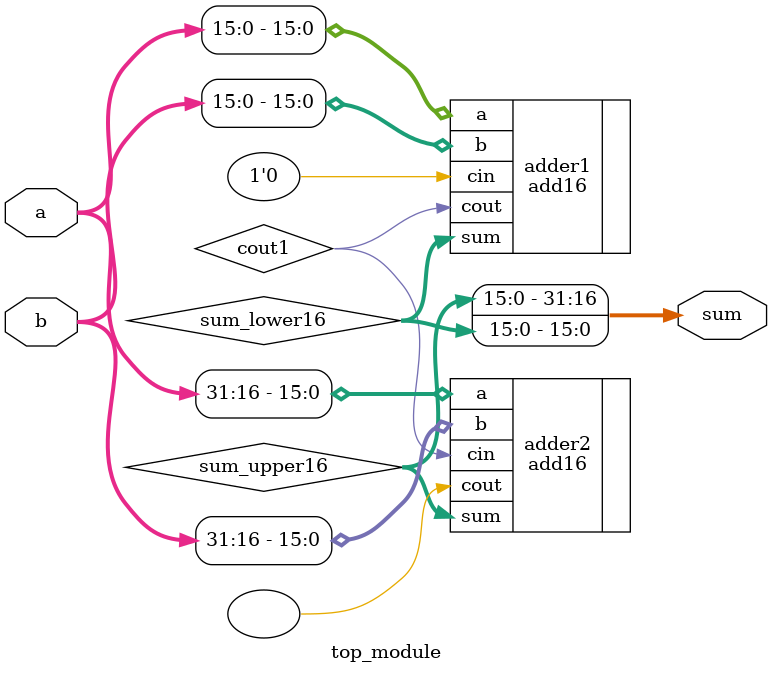
<source format=v>
module top_module (
    input wire [31:0] a,
    input wire [31:0] b,
    output wire [31:0] sum
);
    // Intermediate signals for the carry-out and partial sums
    wire [15:0] sum_lower16;
    wire [15:0] sum_upper16;
    wire cout1;

    // Instantiate the first 16-bit adder for the lower part
    add16 adder1 (
        .a(a[15:0]),
        .b(b[15:0]),
        .cin(1'b0),   // No initial carry-in
        .sum(sum_lower16),
        .cout(cout1)
    );

    // Instantiate the second 16-bit adder for the upper part
    add16 adder2 (
        .a(a[31:16]),
        .b(b[31:16]),
        .cin(cout1),  // Carry-out from the first adder
        .sum(sum_upper16),
        .cout()       // Carry-out not used for final 32-bit adder
    );

    // Concatenate the lower and upper 16-bit sums into the final 32-bit sum
    assign sum = {sum_upper16, sum_lower16};

endmodule
</source>
